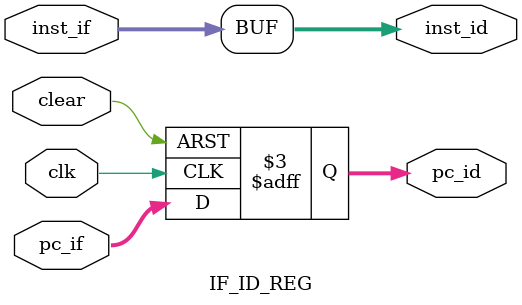
<source format=sv>
`ifndef IF_ID_REG_GUARD
`define IF_ID_REG_GUARD
module IF_ID_REG #(parameter DATA_SIZE = 32, parameter ADDR_SIZE = 10) (
    input clk,
    input clear,
    input [ADDR_SIZE-1+2:0] pc_if,
    input [DATA_SIZE-1:0] inst_if,
    output reg [ADDR_SIZE-1+2:0] pc_id,
    output [DATA_SIZE-1:0] inst_id
);

always_ff @(posedge clk or posedge clear) begin
    if(clear == 1) begin
        pc_id <= 0;
    end else begin
        pc_id <= pc_if;
    end 
end

assign inst_id = inst_if;

endmodule

`endif 
</source>
